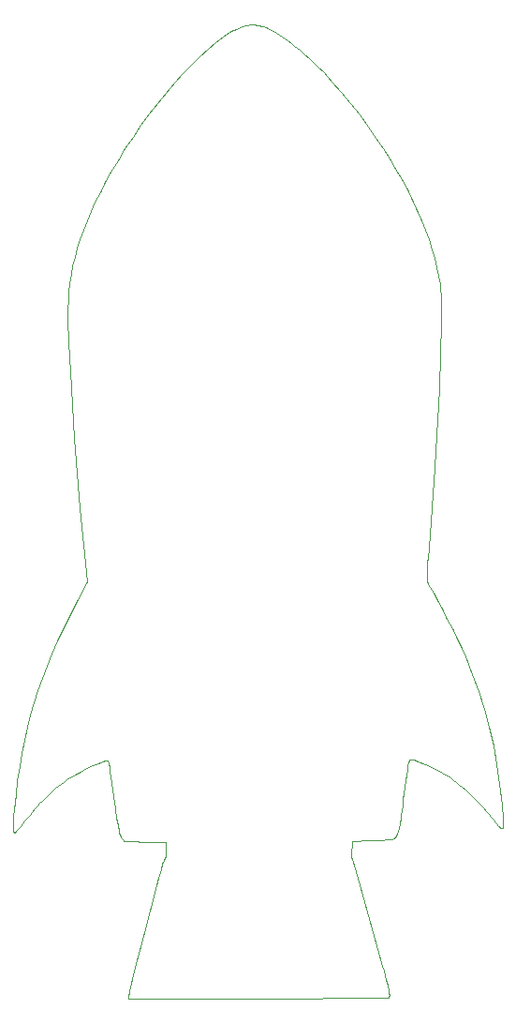
<source format=gbr>
%TF.GenerationSoftware,KiCad,Pcbnew,6.0.0-rc1-unknown-65cbf2d2b7~144~ubuntu18.04.1*%
%TF.CreationDate,2022-01-27T22:08:07+01:00*%
%TF.ProjectId,raketenpinguin,72616b65-7465-46e7-9069-6e6775696e2e,rev?*%
%TF.SameCoordinates,Original*%
%TF.FileFunction,Profile,NP*%
%FSLAX46Y46*%
G04 Gerber Fmt 4.6, Leading zero omitted, Abs format (unit mm)*
G04 Created by KiCad (PCBNEW 6.0.0-rc1-unknown-65cbf2d2b7~144~ubuntu18.04.1) date 2022-01-27 22:08:07*
%MOMM*%
%LPD*%
G01*
G04 APERTURE LIST*
%TA.AperFunction,Profile*%
%ADD10C,0.100000*%
%TD*%
G04 APERTURE END LIST*
D10*
X78838779Y-30097636D02*
X78750415Y-30100038D01*
X78750415Y-30100038D02*
X78662189Y-30105317D01*
X78662189Y-30105317D02*
X78574026Y-30113451D01*
X78574026Y-30113451D02*
X78485849Y-30124417D01*
X78485849Y-30124417D02*
X78397584Y-30138192D01*
X78397584Y-30138192D02*
X78309153Y-30154753D01*
X78309153Y-30154753D02*
X78220481Y-30174079D01*
X78220481Y-30174079D02*
X78131492Y-30196146D01*
X78131492Y-30196146D02*
X78042111Y-30220933D01*
X78042111Y-30220933D02*
X77952261Y-30248415D01*
X77952261Y-30248415D02*
X77861867Y-30278572D01*
X77861867Y-30278572D02*
X77770852Y-30311380D01*
X77770852Y-30311380D02*
X77679141Y-30346816D01*
X77679141Y-30346816D02*
X77586659Y-30384859D01*
X77586659Y-30384859D02*
X77493328Y-30425485D01*
X77493328Y-30425485D02*
X77399074Y-30468672D01*
X77399074Y-30468672D02*
X77105760Y-30616189D01*
X77105760Y-30616189D02*
X76801264Y-30788372D01*
X76801264Y-30788372D02*
X76161592Y-31203476D01*
X76161592Y-31203476D02*
X75485802Y-31707465D01*
X75485802Y-31707465D02*
X74779639Y-32293815D01*
X74779639Y-32293815D02*
X74048845Y-32956007D01*
X74048845Y-32956007D02*
X73299164Y-33687518D01*
X73299164Y-33687518D02*
X72536340Y-34481828D01*
X72536340Y-34481828D02*
X71766117Y-35332416D01*
X71766117Y-35332416D02*
X70994237Y-36232759D01*
X70994237Y-36232759D02*
X70226444Y-37176337D01*
X70226444Y-37176337D02*
X69468483Y-38156629D01*
X69468483Y-38156629D02*
X68726095Y-39167113D01*
X68726095Y-39167113D02*
X68005027Y-40201268D01*
X68005027Y-40201268D02*
X67311019Y-41252572D01*
X67311019Y-41252572D02*
X66649817Y-42314505D01*
X66649817Y-42314505D02*
X66027164Y-43380545D01*
X66027164Y-43380545D02*
X65516725Y-44307273D01*
X65516725Y-44307273D02*
X65044755Y-45210728D01*
X65044755Y-45210728D02*
X64610645Y-46092961D01*
X64610645Y-46092961D02*
X64213792Y-46956019D01*
X64213792Y-46956019D02*
X63853589Y-47801954D01*
X63853589Y-47801954D02*
X63529429Y-48632814D01*
X63529429Y-48632814D02*
X63240708Y-49450648D01*
X63240708Y-49450648D02*
X62986819Y-50257508D01*
X62986819Y-50257508D02*
X62767156Y-51055441D01*
X62767156Y-51055441D02*
X62581114Y-51846497D01*
X62581114Y-51846497D02*
X62428086Y-52632727D01*
X62428086Y-52632727D02*
X62307467Y-53416179D01*
X62307467Y-53416179D02*
X62218651Y-54198903D01*
X62218651Y-54198903D02*
X62161031Y-54982949D01*
X62161031Y-54982949D02*
X62134002Y-55770365D01*
X62134002Y-55770365D02*
X62136959Y-56563203D01*
X62136959Y-56563203D02*
X62211050Y-58762838D01*
X62211050Y-58762838D02*
X62340671Y-61373090D01*
X62340671Y-61373090D02*
X62734322Y-67389517D01*
X62734322Y-67389517D02*
X63253557Y-73740626D01*
X63253557Y-73740626D02*
X63834018Y-79554561D01*
X63834018Y-79554561D02*
X63925998Y-80374667D01*
X63925998Y-80374667D02*
X62992725Y-82121848D01*
X62992725Y-82121848D02*
X62347629Y-83354176D01*
X62347629Y-83354176D02*
X61750299Y-84548408D01*
X61750299Y-84548408D02*
X61198747Y-85711110D01*
X61198747Y-85711110D02*
X60690983Y-86848850D01*
X60690983Y-86848850D02*
X60225018Y-87968194D01*
X60225018Y-87968194D02*
X59798863Y-89075709D01*
X59798863Y-89075709D02*
X59410527Y-90177962D01*
X59410527Y-90177962D02*
X59058023Y-91281520D01*
X59058023Y-91281520D02*
X58739361Y-92392950D01*
X58739361Y-92392950D02*
X58452551Y-93518819D01*
X58452551Y-93518819D02*
X58195604Y-94665693D01*
X58195604Y-94665693D02*
X57966531Y-95840140D01*
X57966531Y-95840140D02*
X57763343Y-97048725D01*
X57763343Y-97048725D02*
X57584051Y-98298017D01*
X57584051Y-98298017D02*
X57426665Y-99594582D01*
X57426665Y-99594582D02*
X57289196Y-100944987D01*
X57289196Y-100944987D02*
X57240488Y-101493923D01*
X57240488Y-101493923D02*
X57206142Y-101943738D01*
X57206142Y-101943738D02*
X57186220Y-102302819D01*
X57186220Y-102302819D02*
X57180787Y-102579550D01*
X57180787Y-102579550D02*
X57183523Y-102689653D01*
X57183523Y-102689653D02*
X57189905Y-102782314D01*
X57189905Y-102782314D02*
X57199940Y-102858578D01*
X57199940Y-102858578D02*
X57213638Y-102919495D01*
X57213638Y-102919495D02*
X57231005Y-102966113D01*
X57231005Y-102966113D02*
X57252049Y-102999479D01*
X57252049Y-102999479D02*
X57276779Y-103020642D01*
X57276779Y-103020642D02*
X57305202Y-103030650D01*
X57305202Y-103030650D02*
X57312913Y-103029924D01*
X57312913Y-103029924D02*
X57323201Y-103025776D01*
X57323201Y-103025776D02*
X57335991Y-103018290D01*
X57335991Y-103018290D02*
X57351209Y-103007550D01*
X57351209Y-103007550D02*
X57388633Y-102976643D01*
X57388633Y-102976643D02*
X57434880Y-102933723D01*
X57434880Y-102933723D02*
X57489358Y-102879460D01*
X57489358Y-102879460D02*
X57551473Y-102814522D01*
X57551473Y-102814522D02*
X57620633Y-102739580D01*
X57620633Y-102739580D02*
X57696244Y-102655302D01*
X57696244Y-102655302D02*
X57777714Y-102562357D01*
X57777714Y-102562357D02*
X57864450Y-102461416D01*
X57864450Y-102461416D02*
X58051346Y-102238217D01*
X58051346Y-102238217D02*
X58252190Y-101991060D01*
X58252190Y-101991060D02*
X58462238Y-101725299D01*
X58462238Y-101725299D02*
X58687850Y-101440896D01*
X58687850Y-101440896D02*
X58914767Y-101164732D01*
X58914767Y-101164732D02*
X59143132Y-100896673D01*
X59143132Y-100896673D02*
X59373088Y-100636582D01*
X59373088Y-100636582D02*
X59604777Y-100384325D01*
X59604777Y-100384325D02*
X59838341Y-100139766D01*
X59838341Y-100139766D02*
X60073924Y-99902769D01*
X60073924Y-99902769D02*
X60311668Y-99673201D01*
X60311668Y-99673201D02*
X60551715Y-99450924D01*
X60551715Y-99450924D02*
X60794209Y-99235804D01*
X60794209Y-99235804D02*
X61039291Y-99027705D01*
X61039291Y-99027705D02*
X61287104Y-98826493D01*
X61287104Y-98826493D02*
X61537791Y-98632031D01*
X61537791Y-98632031D02*
X61791494Y-98444185D01*
X61791494Y-98444185D02*
X62048357Y-98262819D01*
X62048357Y-98262819D02*
X62308521Y-98087798D01*
X62308521Y-98087798D02*
X62526400Y-97949888D01*
X62526400Y-97949888D02*
X62764848Y-97808065D01*
X62764848Y-97808065D02*
X63285497Y-97520746D01*
X63285497Y-97520746D02*
X63834567Y-97241978D01*
X63834567Y-97241978D02*
X64376154Y-96987895D01*
X64376154Y-96987895D02*
X64874359Y-96774633D01*
X64874359Y-96774633D02*
X65095973Y-96688352D01*
X65095973Y-96688352D02*
X65293278Y-96618327D01*
X65293278Y-96618327D02*
X65461786Y-96566574D01*
X65461786Y-96566574D02*
X65597010Y-96535111D01*
X65597010Y-96535111D02*
X65694461Y-96525955D01*
X65694461Y-96525955D02*
X65727620Y-96530371D01*
X65727620Y-96530371D02*
X65749652Y-96541121D01*
X65749652Y-96541121D02*
X65764067Y-96567827D01*
X65764067Y-96567827D02*
X65782224Y-96625434D01*
X65782224Y-96625434D02*
X65803851Y-96712296D01*
X65803851Y-96712296D02*
X65828679Y-96826765D01*
X65828679Y-96826765D02*
X65886855Y-97131940D01*
X65886855Y-97131940D02*
X65954586Y-97527784D01*
X65954586Y-97527784D02*
X66029708Y-98001123D01*
X66029708Y-98001123D02*
X66110058Y-98538782D01*
X66110058Y-98538782D02*
X66193470Y-99127587D01*
X66193470Y-99127587D02*
X66277782Y-99754363D01*
X66277782Y-99754363D02*
X66425619Y-100860622D01*
X66425619Y-100860622D02*
X66550830Y-101733929D01*
X66550830Y-101733929D02*
X66660596Y-102404745D01*
X66660596Y-102404745D02*
X66762101Y-102903535D01*
X66762101Y-102903535D02*
X66811999Y-103097941D01*
X66811999Y-103097941D02*
X66862525Y-103260763D01*
X66862525Y-103260763D02*
X66914577Y-103395811D01*
X66914577Y-103395811D02*
X66969053Y-103506892D01*
X66969053Y-103506892D02*
X67026849Y-103597814D01*
X67026849Y-103597814D02*
X67088865Y-103672385D01*
X67088865Y-103672385D02*
X67155998Y-103734414D01*
X67155998Y-103734414D02*
X67229145Y-103787707D01*
X67229145Y-103787707D02*
X67259800Y-103797563D01*
X67259800Y-103797563D02*
X67320627Y-103806952D01*
X67320627Y-103806952D02*
X67530471Y-103824333D01*
X67530471Y-103824333D02*
X67854021Y-103839862D01*
X67854021Y-103839862D02*
X68286623Y-103853546D01*
X68286623Y-103853546D02*
X68823621Y-103865395D01*
X68823621Y-103865395D02*
X69460361Y-103875419D01*
X69460361Y-103875419D02*
X71014446Y-103890025D01*
X71014446Y-103890025D02*
X71014446Y-105250148D01*
X71014446Y-105250148D02*
X70997056Y-105262929D01*
X70997056Y-105262929D02*
X70979771Y-105278087D01*
X70979771Y-105278087D02*
X70962519Y-105295817D01*
X70962519Y-105295817D02*
X70945232Y-105316313D01*
X70945232Y-105316313D02*
X70927837Y-105339770D01*
X70927837Y-105339770D02*
X70910264Y-105366383D01*
X70910264Y-105366383D02*
X70892444Y-105396346D01*
X70892444Y-105396346D02*
X70874304Y-105429854D01*
X70874304Y-105429854D02*
X70855774Y-105467102D01*
X70855774Y-105467102D02*
X70836785Y-105508283D01*
X70836785Y-105508283D02*
X70797144Y-105603227D01*
X70797144Y-105603227D02*
X70754814Y-105716242D01*
X70754814Y-105716242D02*
X70709233Y-105848885D01*
X70709233Y-105848885D02*
X70659834Y-106002714D01*
X70659834Y-106002714D02*
X70606053Y-106179285D01*
X70606053Y-106179285D02*
X70547326Y-106380156D01*
X70547326Y-106380156D02*
X70483086Y-106606882D01*
X70483086Y-106606882D02*
X70412771Y-106861021D01*
X70412771Y-106861021D02*
X70335814Y-107144130D01*
X70335814Y-107144130D02*
X70159717Y-107803485D01*
X70159717Y-107803485D02*
X68971980Y-112328028D01*
X68971980Y-112328028D02*
X68168265Y-115492583D01*
X68168265Y-115492583D02*
X67731246Y-117367601D01*
X67731246Y-117367601D02*
X67644833Y-117843549D01*
X67644833Y-117843549D02*
X67633703Y-117969986D01*
X67633703Y-117969986D02*
X67643596Y-118023532D01*
X67643596Y-118023532D02*
X67901877Y-118042739D01*
X67901877Y-118042739D02*
X68595759Y-118057895D01*
X68595759Y-118057895D02*
X71100018Y-118075509D01*
X71100018Y-118075509D02*
X74775758Y-118075273D01*
X74775758Y-118075273D02*
X79242366Y-118056086D01*
X79242366Y-118056086D02*
X90969814Y-117971339D01*
X90969814Y-117971339D02*
X91003325Y-117968670D01*
X91003325Y-117968670D02*
X91034440Y-117964437D01*
X91034440Y-117964437D02*
X91063104Y-117958228D01*
X91063104Y-117958228D02*
X91076498Y-117954253D01*
X91076498Y-117954253D02*
X91089260Y-117949629D01*
X91089260Y-117949629D02*
X91101380Y-117944305D01*
X91101380Y-117944305D02*
X91112853Y-117938230D01*
X91112853Y-117938230D02*
X91123671Y-117931350D01*
X91123671Y-117931350D02*
X91133827Y-117923616D01*
X91133827Y-117923616D02*
X91143315Y-117914975D01*
X91143315Y-117914975D02*
X91152127Y-117905376D01*
X91152127Y-117905376D02*
X91160256Y-117894767D01*
X91160256Y-117894767D02*
X91167696Y-117883097D01*
X91167696Y-117883097D02*
X91174440Y-117870315D01*
X91174440Y-117870315D02*
X91180480Y-117856368D01*
X91180480Y-117856368D02*
X91185810Y-117841205D01*
X91185810Y-117841205D02*
X91190423Y-117824775D01*
X91190423Y-117824775D02*
X91194311Y-117807025D01*
X91194311Y-117807025D02*
X91197468Y-117787906D01*
X91197468Y-117787906D02*
X91199887Y-117767364D01*
X91199887Y-117767364D02*
X91201561Y-117745348D01*
X91201561Y-117745348D02*
X91202483Y-117721808D01*
X91202483Y-117721808D02*
X91202645Y-117696690D01*
X91202645Y-117696690D02*
X91200666Y-117641519D01*
X91200666Y-117641519D02*
X91195566Y-117579422D01*
X91195566Y-117579422D02*
X91187291Y-117509988D01*
X91187291Y-117509988D02*
X91175784Y-117432803D01*
X91175784Y-117432803D02*
X91160991Y-117347455D01*
X91160991Y-117347455D02*
X91142856Y-117253532D01*
X91142856Y-117253532D02*
X91121322Y-117150621D01*
X91121322Y-117150621D02*
X91096334Y-117038310D01*
X91096334Y-117038310D02*
X91067837Y-116916187D01*
X91067837Y-116916187D02*
X91035775Y-116783839D01*
X91035775Y-116783839D02*
X91000092Y-116640854D01*
X91000092Y-116640854D02*
X90960732Y-116486819D01*
X90960732Y-116486819D02*
X90917640Y-116321322D01*
X90917640Y-116321322D02*
X90820037Y-115954292D01*
X90820037Y-115954292D02*
X90706837Y-115536464D01*
X90706837Y-115536464D02*
X90577594Y-115064540D01*
X90577594Y-115064540D02*
X88898624Y-108953280D01*
X88898624Y-108953280D02*
X88488072Y-107492883D01*
X88488072Y-107492883D02*
X88131207Y-106286123D01*
X88131207Y-106286123D02*
X87866337Y-105458350D01*
X87866337Y-105458350D02*
X87780371Y-105225755D01*
X87780371Y-105225755D02*
X87751100Y-105161636D01*
X87751100Y-105161636D02*
X87731769Y-105134913D01*
X87731769Y-105134913D02*
X87730000Y-105110000D01*
X87730000Y-105110000D02*
X87820000Y-103830000D01*
X87820000Y-103830000D02*
X89379669Y-103753025D01*
X89379669Y-103753025D02*
X90565552Y-103706822D01*
X90565552Y-103706822D02*
X90984133Y-103680305D01*
X90984133Y-103680305D02*
X91291980Y-103651175D01*
X91291980Y-103651175D02*
X91493225Y-103619178D01*
X91493225Y-103619178D02*
X91555163Y-103602027D01*
X91555163Y-103602027D02*
X91591999Y-103584063D01*
X91591999Y-103584063D02*
X91632371Y-103552330D01*
X91632371Y-103552330D02*
X91671003Y-103518860D01*
X91671003Y-103518860D02*
X91707998Y-103483201D01*
X91707998Y-103483201D02*
X91743459Y-103444903D01*
X91743459Y-103444903D02*
X91777489Y-103403513D01*
X91777489Y-103403513D02*
X91810193Y-103358581D01*
X91810193Y-103358581D02*
X91841672Y-103309656D01*
X91841672Y-103309656D02*
X91872032Y-103256285D01*
X91872032Y-103256285D02*
X91901375Y-103198018D01*
X91901375Y-103198018D02*
X91929805Y-103134404D01*
X91929805Y-103134404D02*
X91957425Y-103064991D01*
X91957425Y-103064991D02*
X91984339Y-102989328D01*
X91984339Y-102989328D02*
X92010649Y-102906963D01*
X92010649Y-102906963D02*
X92036460Y-102817446D01*
X92036460Y-102817446D02*
X92061875Y-102720325D01*
X92061875Y-102720325D02*
X92086998Y-102615148D01*
X92086998Y-102615148D02*
X92111931Y-102501465D01*
X92111931Y-102501465D02*
X92136778Y-102378824D01*
X92136778Y-102378824D02*
X92186628Y-102104864D01*
X92186628Y-102104864D02*
X92237376Y-101789657D01*
X92237376Y-101789657D02*
X92289849Y-101429592D01*
X92289849Y-101429592D02*
X92344875Y-101021060D01*
X92344875Y-101021060D02*
X92403281Y-100560450D01*
X92403281Y-100560450D02*
X92465894Y-100044151D01*
X92465894Y-100044151D02*
X92533542Y-99468554D01*
X92533542Y-99468554D02*
X92605757Y-98873691D01*
X92605757Y-98873691D02*
X92679549Y-98315305D01*
X92679549Y-98315305D02*
X92752839Y-97805860D01*
X92752839Y-97805860D02*
X92823545Y-97357818D01*
X92823545Y-97357818D02*
X92889589Y-96983642D01*
X92889589Y-96983642D02*
X92948890Y-96695796D01*
X92948890Y-96695796D02*
X92999368Y-96506743D01*
X92999368Y-96506743D02*
X93020649Y-96453159D01*
X93020649Y-96453159D02*
X93038944Y-96428946D01*
X93038944Y-96428946D02*
X93064107Y-96420123D01*
X93064107Y-96420123D02*
X93097572Y-96416067D01*
X93097572Y-96416067D02*
X93138985Y-96416627D01*
X93138985Y-96416627D02*
X93187993Y-96421656D01*
X93187993Y-96421656D02*
X93307372Y-96444516D01*
X93307372Y-96444516D02*
X93452878Y-96483450D01*
X93452878Y-96483450D02*
X93621678Y-96537259D01*
X93621678Y-96537259D02*
X93810938Y-96604746D01*
X93810938Y-96604746D02*
X94017827Y-96684713D01*
X94017827Y-96684713D02*
X94239510Y-96775963D01*
X94239510Y-96775963D02*
X94473156Y-96877298D01*
X94473156Y-96877298D02*
X94715932Y-96987519D01*
X94715932Y-96987519D02*
X94965004Y-97105430D01*
X94965004Y-97105430D02*
X95217540Y-97229832D01*
X95217540Y-97229832D02*
X95470708Y-97359528D01*
X95470708Y-97359528D02*
X95721673Y-97493320D01*
X95721673Y-97493320D02*
X95967605Y-97630010D01*
X95967605Y-97630010D02*
X96205669Y-97768401D01*
X96205669Y-97768401D02*
X96450981Y-97921190D01*
X96450981Y-97921190D02*
X96706400Y-98093091D01*
X96706400Y-98093091D02*
X96970277Y-98282583D01*
X96970277Y-98282583D02*
X97240963Y-98488145D01*
X97240963Y-98488145D02*
X97516808Y-98708256D01*
X97516808Y-98708256D02*
X97796164Y-98941392D01*
X97796164Y-98941392D02*
X98077379Y-99186034D01*
X98077379Y-99186034D02*
X98358806Y-99440658D01*
X98358806Y-99440658D02*
X98638795Y-99703745D01*
X98638795Y-99703745D02*
X98915695Y-99973772D01*
X98915695Y-99973772D02*
X99187859Y-100249217D01*
X99187859Y-100249217D02*
X99453635Y-100528559D01*
X99453635Y-100528559D02*
X99711376Y-100810277D01*
X99711376Y-100810277D02*
X99959431Y-101092849D01*
X99959431Y-101092849D02*
X100196151Y-101374753D01*
X100196151Y-101374753D02*
X100419887Y-101654467D01*
X100419887Y-101654467D02*
X100618137Y-101905332D01*
X100618137Y-101905332D02*
X100791547Y-102116877D01*
X100791547Y-102116877D02*
X100941694Y-102290716D01*
X100941694Y-102290716D02*
X101008536Y-102364000D01*
X101008536Y-102364000D02*
X101070153Y-102428463D01*
X101070153Y-102428463D02*
X101126742Y-102484306D01*
X101126742Y-102484306D02*
X101178501Y-102531730D01*
X101178501Y-102531730D02*
X101225626Y-102570938D01*
X101225626Y-102570938D02*
X101268314Y-102602132D01*
X101268314Y-102602132D02*
X101306762Y-102625512D01*
X101306762Y-102625512D02*
X101341168Y-102641280D01*
X101341168Y-102641280D02*
X101371728Y-102649639D01*
X101371728Y-102649639D02*
X101398639Y-102650790D01*
X101398639Y-102650790D02*
X101410626Y-102647799D01*
X101410626Y-102647799D02*
X101421820Y-102641139D01*
X101421820Y-102641139D02*
X101432220Y-102630771D01*
X101432220Y-102630771D02*
X101441827Y-102616654D01*
X101441827Y-102616654D02*
X101450641Y-102598747D01*
X101450641Y-102598747D02*
X101458661Y-102577010D01*
X101458661Y-102577010D02*
X101465887Y-102551403D01*
X101465887Y-102551403D02*
X101472320Y-102521884D01*
X101472320Y-102521884D02*
X101477959Y-102488413D01*
X101477959Y-102488413D02*
X101482804Y-102450949D01*
X101482804Y-102450949D02*
X101490111Y-102363884D01*
X101490111Y-102363884D02*
X101494241Y-102260362D01*
X101494241Y-102260362D02*
X101495193Y-102140060D01*
X101495193Y-102140060D02*
X101492966Y-102002654D01*
X101492966Y-102002654D02*
X101487559Y-101847819D01*
X101487559Y-101847819D02*
X101478972Y-101675230D01*
X101478972Y-101675230D02*
X101467203Y-101484565D01*
X101467203Y-101484565D02*
X101452252Y-101275497D01*
X101452252Y-101275497D02*
X101434117Y-101047703D01*
X101434117Y-101047703D02*
X101412798Y-100800859D01*
X101412798Y-100800859D02*
X101388294Y-100534640D01*
X101388294Y-100534640D02*
X101182670Y-98666849D01*
X101182670Y-98666849D02*
X100924746Y-96884318D01*
X100924746Y-96884318D02*
X100610748Y-95171843D01*
X100610748Y-95171843D02*
X100236902Y-93514221D01*
X100236902Y-93514221D02*
X99799434Y-91896251D01*
X99799434Y-91896251D02*
X99294572Y-90302730D01*
X99294572Y-90302730D02*
X98718542Y-88718454D01*
X98718542Y-88718454D02*
X98067569Y-87128222D01*
X98067569Y-87128222D02*
X97740626Y-86398546D01*
X97740626Y-86398546D02*
X97341633Y-85551736D01*
X97341633Y-85551736D02*
X96896663Y-84639097D01*
X96896663Y-84639097D02*
X96431786Y-83711936D01*
X96431786Y-83711936D02*
X95973073Y-82821557D01*
X95973073Y-82821557D02*
X95546596Y-82019264D01*
X95546596Y-82019264D02*
X95178426Y-81356364D01*
X95178426Y-81356364D02*
X94894634Y-80884162D01*
X94894634Y-80884162D02*
X94829398Y-80780196D01*
X94829398Y-80780196D02*
X94772507Y-80680019D01*
X94772507Y-80680019D02*
X94747143Y-80630014D01*
X94747143Y-80630014D02*
X94723810Y-80579352D01*
X94723810Y-80579352D02*
X94702487Y-80527499D01*
X94702487Y-80527499D02*
X94683157Y-80473919D01*
X94683157Y-80473919D02*
X94665800Y-80418079D01*
X94665800Y-80418079D02*
X94650398Y-80359444D01*
X94650398Y-80359444D02*
X94636931Y-80297479D01*
X94636931Y-80297479D02*
X94625382Y-80231649D01*
X94625382Y-80231649D02*
X94615730Y-80161420D01*
X94615730Y-80161420D02*
X94607959Y-80086258D01*
X94607959Y-80086258D02*
X94602047Y-80005628D01*
X94602047Y-80005628D02*
X94597978Y-79918994D01*
X94597978Y-79918994D02*
X94595732Y-79825824D01*
X94595732Y-79825824D02*
X94595290Y-79725581D01*
X94595290Y-79725581D02*
X94596633Y-79617731D01*
X94596633Y-79617731D02*
X94599744Y-79501741D01*
X94599744Y-79501741D02*
X94611189Y-79243197D01*
X94611189Y-79243197D02*
X94629475Y-78945674D01*
X94629475Y-78945674D02*
X94654452Y-78604894D01*
X94654452Y-78604894D02*
X94685969Y-78216581D01*
X94685969Y-78216581D02*
X94768024Y-77280246D01*
X94768024Y-77280246D02*
X95064621Y-73699970D01*
X95064621Y-73699970D02*
X95324580Y-70019064D01*
X95324580Y-70019064D02*
X95711017Y-62906218D01*
X95711017Y-62906218D02*
X95825713Y-59749703D01*
X95825713Y-59749703D02*
X95880205Y-57043409D01*
X95880205Y-57043409D02*
X95868603Y-54925051D01*
X95868603Y-54925051D02*
X95785015Y-53532341D01*
X95785015Y-53532341D02*
X95671627Y-52776938D01*
X95671627Y-52776938D02*
X95515178Y-51994365D01*
X95515178Y-51994365D02*
X95316611Y-51186693D01*
X95316611Y-51186693D02*
X95076866Y-50355989D01*
X95076866Y-50355989D02*
X94796884Y-49504322D01*
X94796884Y-49504322D02*
X94477607Y-48633762D01*
X94477607Y-48633762D02*
X94119975Y-47746375D01*
X94119975Y-47746375D02*
X93724930Y-46844233D01*
X93724930Y-46844233D02*
X93293414Y-45929402D01*
X93293414Y-45929402D02*
X92826367Y-45003952D01*
X92826367Y-45003952D02*
X92324730Y-44069952D01*
X92324730Y-44069952D02*
X91789445Y-43129470D01*
X91789445Y-43129470D02*
X91221453Y-42184575D01*
X91221453Y-42184575D02*
X90621695Y-41237336D01*
X90621695Y-41237336D02*
X89991112Y-40289821D01*
X89991112Y-40289821D02*
X89330646Y-39344099D01*
X89330646Y-39344099D02*
X88496774Y-38208089D01*
X88496774Y-38208089D02*
X87671624Y-37145612D01*
X87671624Y-37145612D02*
X86850450Y-36151476D01*
X86850450Y-36151476D02*
X86028503Y-35220486D01*
X86028503Y-35220486D02*
X85615756Y-34777049D01*
X85615756Y-34777049D02*
X85201036Y-34347450D01*
X85201036Y-34347450D02*
X84783748Y-33931042D01*
X84783748Y-33931042D02*
X84363300Y-33527175D01*
X84363300Y-33527175D02*
X83939098Y-33135200D01*
X83939098Y-33135200D02*
X83510549Y-32754467D01*
X83510549Y-32754467D02*
X83077059Y-32384328D01*
X83077059Y-32384328D02*
X82638034Y-32024133D01*
X82638034Y-32024133D02*
X82330064Y-31779854D01*
X82330064Y-31779854D02*
X82035273Y-31553214D01*
X82035273Y-31553214D02*
X81752852Y-31343972D01*
X81752852Y-31343972D02*
X81481991Y-31151888D01*
X81481991Y-31151888D02*
X81221881Y-30976722D01*
X81221881Y-30976722D02*
X80971714Y-30818232D01*
X80971714Y-30818232D02*
X80730678Y-30676178D01*
X80730678Y-30676178D02*
X80497966Y-30550320D01*
X80497966Y-30550320D02*
X80272768Y-30440416D01*
X80272768Y-30440416D02*
X80054274Y-30346228D01*
X80054274Y-30346228D02*
X79841675Y-30267514D01*
X79841675Y-30267514D02*
X79634162Y-30204033D01*
X79634162Y-30204033D02*
X79430925Y-30155545D01*
X79430925Y-30155545D02*
X79231155Y-30121810D01*
X79231155Y-30121810D02*
X79034043Y-30102587D01*
X79034043Y-30102587D02*
X78838779Y-30097636D01*
X78838779Y-30097636D02*
X78838779Y-30097636D01*
M02*

</source>
